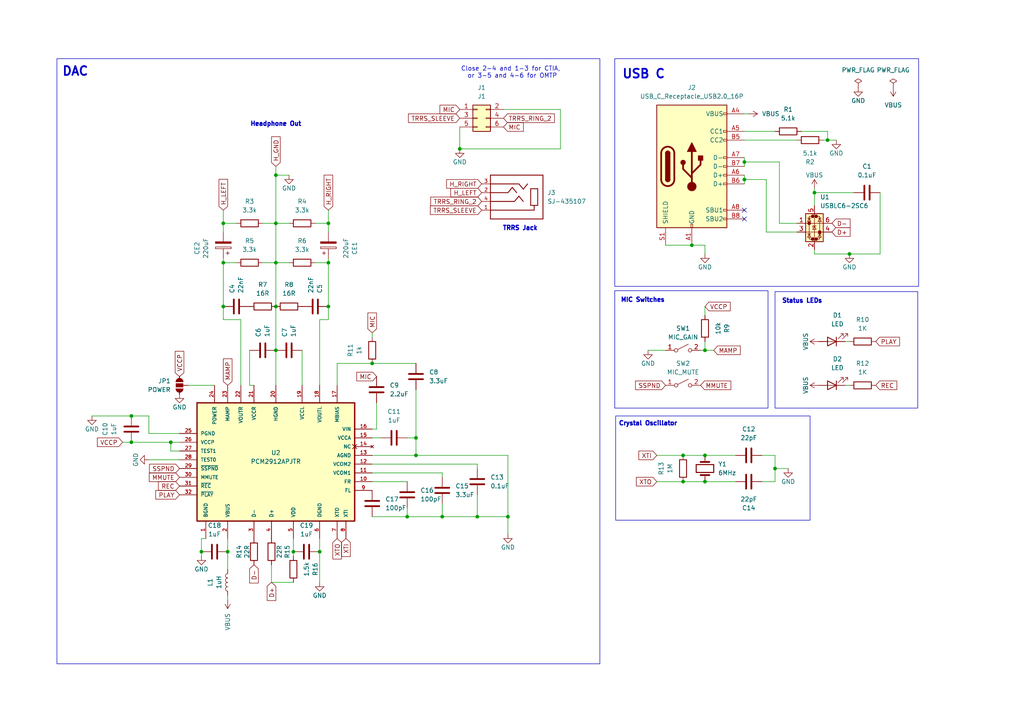
<source format=kicad_sch>
(kicad_sch (version 20250114) (generator "eeschema") (generator_version "9.0")
  (paper "A4")
  (lib_symbols
    (symbol "Connector:USB_C_Receptacle_USB2.0_16P" (pin_names (offset 1.016))
      (property "Reference" "J" (at 0 22.225 0))
      (property "Value" "USB_C_Receptacle_USB2.0_16P" (at 0 19.685 0))
      (symbol "USB_C_Receptacle_USB2.0_16P_1_1"
        (pin passive line (at -7.62 -22.86 90) (length 5.08) (name "SHIELD") (number "S1"))
        (pin passive line (at 0 -22.86 90) (length 5.08) (name "GND") (number "A1"))
        (pin passive line (at 0 -22.86 90) (length 5.08) (hide yes) (name "GND") (number "A12"))
        (pin passive line (at 0 -22.86 90) (length 5.08) (hide yes) (name "GND") (number "B1"))
        (pin passive line (at 0 -22.86 90) (length 5.08) (hide yes) (name "GND") (number "B12"))
        (pin passive line (at 15.24 15.24 180) (length 5.08) (name "VBUS") (number "A4"))
        (pin passive line (at 15.24 15.24 180) (length 5.08) (hide yes) (name "VBUS") (number "A9"))
        (pin passive line (at 15.24 15.24 180) (length 5.08) (hide yes) (name "VBUS") (number "B4"))
        (pin passive line (at 15.24 15.24 180) (length 5.08) (hide yes) (name "VBUS") (number "B9"))
        (pin bidirectional line (at 15.24 10.16 180) (length 5.08) (name "CC1") (number "A5"))
        (pin bidirectional line (at 15.24 7.62 180) (length 5.08) (name "CC2") (number "B5"))
        (pin bidirectional line (at 15.24 2.54 180) (length 5.08) (name "D-") (number "A7"))
        (pin bidirectional line (at 15.24 0 180) (length 5.08) (name "D-") (number "B7"))
        (pin bidirectional line (at 15.24 -2.54 180) (length 5.08) (name "D+") (number "A6"))
        (pin bidirectional line (at 15.24 -5.08 180) (length 5.08) (name "D+") (number "B6"))
        (pin bidirectional line (at 15.24 -12.7 180) (length 5.08) (name "SBU1") (number "A8"))
        (pin bidirectional line (at 15.24 -15.24 180) (length 5.08) (name "SBU2") (number "B8"))
      )
    )
    (symbol "Connector_Generic:Conn_02x03_Odd_Even" (pin_names (offset 1.016) (hide yes))
      (property "Reference" "J" (at 1.27 5.08 0))
      (property "Value" "Conn_02x03_Odd_Even" (at 1.27 -5.08 0))
      (symbol "Conn_02x03_Odd_Even_1_1"
        (pin passive line (at -5.08 2.54 0) (length 3.81) (name "Pin_1") (number "1"))
        (pin passive line (at -5.08 0 0) (length 3.81) (name "Pin_3") (number "3"))
        (pin passive line (at -5.08 -2.54 0) (length 3.81) (name "Pin_5") (number "5"))
        (pin passive line (at 7.62 2.54 180) (length 3.81) (name "Pin_2") (number "2"))
        (pin passive line (at 7.62 0 180) (length 3.81) (name "Pin_4") (number "4"))
        (pin passive line (at 7.62 -2.54 180) (length 3.81) (name "Pin_6") (number "6"))
      )
    )
    (symbol "Device:C" (pin_numbers (hide yes)) (pin_names (offset 0.254))
      (property "Reference" "C" (at 0.635 2.54 0))
      (property "Value" "C" (at 0.635 -2.54 0))
      (symbol "C_1_1"
        (pin passive line (at 0 3.81 270) (length 2.794) (name "~") (number "1"))
        (pin passive line (at 0 -3.81 90) (length 2.794) (name "~") (number "2"))
      )
    )
    (symbol "Device:C_Polarized" (pin_numbers (hide yes)) (pin_names (offset 0.254))
      (property "Reference" "C" (at 0.635 2.54 0))
      (property "Value" "C_Polarized" (at 0.635 -2.54 0))
      (symbol "C_Polarized_1_1"
        (pin passive line (at 0 3.81 270) (length 2.794) (name "~") (number "1"))
        (pin passive line (at 0 -3.81 90) (length 2.794) (name "~") (number "2"))
      )
    )
    (symbol "Device:Crystal" (pin_numbers (hide yes)) (pin_names (offset 1.016) (hide yes))
      (property "Reference" "Y" (at 0 3.81 0))
      (property "Value" "Crystal" (at 0 -3.81 0))
      (symbol "Crystal_1_1"
        (pin passive line (at -3.81 0 0) (length 1.27) (name "1") (number "1"))
        (pin passive line (at 3.81 0 180) (length 1.27) (name "2") (number "2"))
      )
    )
    (symbol "Device:L" (pin_numbers (hide yes)) (pin_names (offset 1.016) (hide yes))
      (property "Reference" "L" (at -1.27 0 90))
      (property "Value" "L" (at 1.905 0 90))
      (symbol "L_1_1"
        (pin passive line (at 0 3.81 270) (length 1.27) (name "1") (number "1"))
        (pin passive line (at 0 -3.81 90) (length 1.27) (name "2") (number "2"))
      )
    )
    (symbol "Device:LED" (pin_numbers (hide yes)) (pin_names (offset 1.016) (hide yes))
      (property "Reference" "D" (at 0 2.54 0))
      (property "Value" "LED" (at 0 -2.54 0))
      (symbol "LED_1_1"
        (pin passive line (at -3.81 0 0) (length 2.54) (name "K") (number "1"))
        (pin passive line (at 3.81 0 180) (length 2.54) (name "A") (number "2"))
      )
    )
    (symbol "Device:R" (pin_numbers (hide yes)) (pin_names (offset 0))
      (property "Reference" "R" (at 2.032 0 90))
      (property "Value" "R" (at 0 0 90))
      (symbol "R_1_1"
        (pin passive line (at 0 3.81 270) (length 1.27) (name "~") (number "1"))
        (pin passive line (at 0 -3.81 90) (length 1.27) (name "~") (number "2"))
      )
    )
    (symbol "PCM2912APJTR_1" (pin_names (offset 1.016))
      (property "Reference" "U3" (at 0 3.302 0))
      (property "Value" "PCM2912APJTR" (at 0 0.762 0))
      (symbol "PCM2912APJTR_1_0_0"
        (pin power_in line (at -27.94 8.89 0) (length 5.08) (name "PGND") (number "25"))
        (pin power_in line (at -27.94 6.35 0) (length 5.08) (name "VCCP") (number "26"))
        (pin input line (at -27.94 3.81 0) (length 5.08) (name "TEST1") (number "27"))
        (pin input line (at -27.94 1.27 0) (length 5.08) (name "TEST0") (number "28"))
        (pin output line (at -27.94 -1.27 0) (length 5.08) (name "~{SSPND}") (number "29"))
        (pin input line (at -27.94 -3.81 0) (length 5.08) (name "MMUTE") (number "30"))
        (pin output line (at -27.94 -6.35 0) (length 5.08) (name "~{REC}") (number "31"))
        (pin output line (at -27.94 -8.89 0) (length 5.08) (name "~{PLAY}") (number "32"))
        (pin power_in line (at -20.32 -21.59 90) (length 5.08) (name "BGND") (number "1"))
        (pin input line (at -17.78 22.86 270) (length 5.08) (name "POWER") (number "24"))
        (pin input line (at -13.97 22.86 270) (length 5.08) (name "MAMP") (number "23"))
        (pin input line (at -13.97 -21.59 90) (length 5.08) (name "VBUS") (number "2"))
        (pin output line (at -10.16 22.86 270) (length 5.08) (name "VOUTR") (number "22"))
        (pin power_in line (at -6.35 22.86 270) (length 5.08) (name "VCCR") (number "21"))
        (pin bidirectional line (at -6.35 -21.59 90) (length 5.08) (name "D-") (number "3"))
        (pin bidirectional line (at -1.27 -21.59 90) (length 5.08) (name "D+") (number "4"))
        (pin power_in line (at 0 22.86 270) (length 5.08) (name "HGND") (number "20"))
        (pin power_in line (at 5.08 -21.59 90) (length 5.08) (name "VDD") (number "5"))
        (pin power_in line (at 7.62 22.86 270) (length 5.08) (name "VCCL") (number "19"))
        (pin output line (at 12.7 22.86 270) (length 5.08) (name "VOUTL") (number "18"))
        (pin power_in line (at 12.7 -21.59 90) (length 5.08) (name "DGND") (number "6"))
        (pin output line (at 17.78 22.86 270) (length 5.08) (name "MBIAS") (number "17"))
        (pin output line (at 17.78 -21.59 90) (length 5.08) (name "XTO") (number "7"))
        (pin input line (at 20.32 -21.59 90) (length 5.08) (name "XTI") (number "8"))
        (pin input line (at 27.94 10.16 180) (length 5.08) (name "VIN") (number "16"))
        (pin power_in line (at 27.94 7.62 180) (length 5.08) (name "VCCA") (number "15"))
        (pin power_in line (at 27.94 2.54 180) (length 5.08) (name "AGND") (number "13"))
        (pin power_in line (at 27.94 0 180) (length 5.08) (name "VCOM2") (number "12"))
        (pin power_in line (at 27.94 -2.54 180) (length 5.08) (name "VCOM1") (number "11"))
        (pin input line (at 27.94 -5.08 180) (length 5.08) (name "FR") (number "10"))
        (pin input line (at 27.94 -7.62 180) (length 5.08) (name "FL") (number "9"))
      )
      (symbol "PCM2912APJTR_1_1_0"
        (pin no_connect non_logic (at 27.94 5.08 180) (length 5.08) (name "NC") (number "14"))
      )
    )
    (symbol "PCM_SparkFun-Jumper:SolderJumper_3_Open" (pin_numbers (hide yes)) (pin_names (offset 0) (hide yes))
      (property "Reference" "JP" (at 0 2.54 0))
      (property "Value" "~" (at 3.81 1.27 0))
      (symbol "SolderJumper_3_Open_1_1"
        (pin passive line (at -2.54 0 0) (length 1.27) (name "A") (number "1"))
        (pin passive line (at 0 -2.54 90) (length 1.27) (name "B") (number "2"))
        (pin passive line (at 2.54 0 180) (length 1.27) (name "C") (number "3"))
      )
    )
    (symbol "PCM_SparkFun-PowerSymbol:GND" (power) (pin_names (offset 0))
      (property "Value" "GND" (at 0 -3.81 0))
      (symbol "GND_1_1"
        (pin power_in line (at 0 0 270) (length 0) (hide yes) (name "GND") (number "1"))
      )
    )
    (symbol "PCM_SparkFun-PowerSymbol:VBUS" (power) (pin_names (offset 0))
      (property "Value" "VBUS" (at 0 3.81 0))
      (symbol "VBUS_1_1"
        (pin power_in line (at 0 0 90) (length 0) (hide yes) (name "VBUS") (number "1"))
      )
    )
    (symbol "Power_Protection:USBLC6-2SC6" (pin_names (hide yes))
      (property "Reference" "U" (at 0.635 5.715 0))
      (property "Value" "USBLC6-2SC6" (at 0.635 3.81 0))
      (symbol "USBLC6-2SC6_1_1"
        (pin passive line (at -5.08 0 0) (length 2.54) (name "I/O1") (number "1"))
        (pin passive line (at -5.08 -2.54 0) (length 2.54) (name "I/O2") (number "3"))
        (pin passive line (at 0 5.08 270) (length 2.54) (name "VBUS") (number "5"))
        (pin passive line (at 0 -7.62 90) (length 2.54) (name "GND") (number "2"))
        (pin passive line (at 5.08 0 180) (length 2.54) (name "I/O1") (number "6"))
        (pin passive line (at 5.08 -2.54 180) (length 2.54) (name "I/O2") (number "4"))
      )
    )
    (symbol "SJ-435107:SJ-435107" (pin_names (offset 1.016))
      (property "Reference" "J" (at -7.6509 8.416 0))
      (property "Value" "SJ-435107" (at -7.6526 -7.6526 0))
      (symbol "SJ-435107_0_0"
        (pin passive line (at 10.16 5.08 180) (length 2.54) (name "~") (number "1"))
        (pin passive line (at 10.16 2.54 180) (length 2.54) (name "~") (number "4"))
        (pin passive line (at 10.16 0 180) (length 2.54) (name "~") (number "2"))
        (pin passive line (at 10.16 -2.54 180) (length 2.54) (name "~") (number "3"))
      )
    )
    (symbol "Switch:SW_SPST" (pin_names (offset 0) (hide yes))
      (property "Reference" "SW" (at 0 3.175 0))
      (property "Value" "SW_SPST" (at 0 -2.54 0))
      (symbol "SW_SPST_1_1"
        (pin passive line (at -5.08 0 0) (length 2.54) (name "A") (number "1"))
        (pin passive line (at 5.08 0 180) (length 2.54) (name "B") (number "2"))
      )
    )
    (symbol "power:PWR_FLAG" (power) (pin_numbers (hide yes)) (pin_names (offset 0) (hide yes))
      (property "Value" "PWR_FLAG" (at 0 3.81 0))
      (symbol "PWR_FLAG_0_0"
        (pin power_out line (at 0 0 90) (length 0) (name "~") (number "1"))
      )
    )
    (symbol "power:VBUS" (power) (pin_numbers (hide yes)) (pin_names (offset 0) (hide yes))
      (property "Value" "VBUS" (at 0 3.556 0))
      (symbol "VBUS_1_1"
        (pin power_in line (at 0 0 90) (length 0) (name "~") (number "1"))
      )
    )
  )
  (rectangle (start 224.79 84.582) (end 266.192 118.364))
  (rectangle (start 178.308 17.018) (end 266.446 83.058))
  (rectangle (start 178.562 120.65) (end 234.95 150.876))
  (rectangle (start 16.51 17.018) (end 173.99 192.532))
  (rectangle (start 178.308 84.328) (end 222.758 118.364))
  (text "Headphone Out" (at 80.01 36.068 0) (effects (font (size 1.27 1.27) (thickness 0.508) (bold yes))))
  (text "USB C" (at 186.69 21.59 0) (effects (font (size 2.54 2.54) (thickness 0.508) (bold yes))))
  (text "Close 2-4 and 1-3 for CTIA, \nor 3-5 and 4-6 for OMTP" (at 148.59 21.082 0) (effects (font (size 1.27 1.27))))
  (text "Status LEDs" (at 232.664 87.376 0) (effects (font (size 1.27 1.27) (thickness 0.508) (bold yes))))
  (text "Crystal Oscillator\n" (at 187.96 122.936 0) (effects (font (size 1.27 1.27) (thickness 0.508) (bold yes))))
  (text "DAC\n" (at 21.844 20.828 0) (effects (font (size 2.54 2.54) (thickness 0.508) (bold yes))))
  (text "TRRS Jack" (at 150.876 66.294 0) (effects (font (size 1.27 1.27) (thickness 0.508) (bold yes))))
  (text "MIC Switches" (at 186.436 87.122 0) (effects (font (size 1.27 1.27) (thickness 0.508) (bold yes))))
  (junction (at 204.47 132.08))
  (junction (at 215.9 52.07))
  (junction (at 38.1 120.65))
  (junction (at 95.25 64.77))
  (junction (at 95.25 76.2))
  (junction (at 64.77 64.77))
  (junction (at 85.09 160.02))
  (junction (at 240.03 40.64))
  (junction (at 198.12 139.7))
  (junction (at 147.32 149.86))
  (junction (at 80.01 50.8))
  (junction (at 246.38 73.66))
  (junction (at 236.22 55.88))
  (junction (at 92.71 160.02))
  (junction (at 215.9 46.99))
  (junction (at 80.01 101.6))
  (junction (at 198.12 132.08))
  (junction (at 80.01 88.9))
  (junction (at 120.65 127))
  (junction (at 133.35 43.18))
  (junction (at 120.65 132.08))
  (junction (at 128.27 149.86))
  (junction (at 200.66 71.12))
  (junction (at 58.42 160.02))
  (junction (at 118.11 149.86))
  (junction (at 204.47 139.7))
  (junction (at 80.01 76.2))
  (junction (at 138.43 149.86))
  (junction (at 95.25 88.9))
  (junction (at 49.53 128.27))
  (junction (at 38.1 128.27))
  (junction (at 80.01 64.77))
  (junction (at 66.04 160.02))
  (junction (at 64.77 76.2))
  (junction (at 204.47 101.6))
  (junction (at 107.95 105.41))
  (junction (at 224.79 135.89))
  (junction (at 64.77 88.9))
  (no_connect (at 215.9 63.5))
  (no_connect (at 215.9 60.96))
  (wire (pts (xy 80.01 101.6) (xy 80.01 111.76)))
  (wire (pts (xy 43.18 120.65) (xy 38.1 120.65)))
  (wire (pts (xy 222.25 67.31) (xy 231.14 67.31)))
  (wire (pts (xy 224.79 135.89) (xy 224.79 139.7)))
  (wire (pts (xy 66.04 156.21) (xy 66.04 160.02)))
  (wire (pts (xy 72.39 111.76) (xy 73.66 111.76)))
  (wire (pts (xy 95.25 92.71) (xy 95.25 88.9)))
  (wire (pts (xy 83.82 76.2) (xy 80.01 76.2)))
  (wire (pts (xy 97.79 105.41) (xy 97.79 111.76)))
  (wire (pts (xy 226.06 46.99) (xy 226.06 64.77)))
  (wire (pts (xy 69.85 92.71) (xy 64.77 92.71)))
  (wire (pts (xy 107.95 137.16) (xy 128.27 137.16)))
  (wire (pts (xy 64.77 67.31) (xy 64.77 64.77)))
  (wire (pts (xy 198.12 139.7) (xy 204.47 139.7)))
  (wire (pts (xy 92.71 111.76) (xy 92.71 92.71)))
  (wire (pts (xy 133.35 36.83) (xy 133.35 43.18)))
  (wire (pts (xy 215.9 52.07) (xy 222.25 52.07)))
  (wire (pts (xy 187.96 101.6) (xy 193.04 101.6)))
  (wire (pts (xy 215.9 52.07) (xy 215.9 53.34)))
  (wire (pts (xy 64.77 88.9) (xy 64.77 76.2)))
  (wire (pts (xy 64.77 60.96) (xy 64.77 64.77)))
  (wire (pts (xy 228.6 135.89) (xy 224.79 135.89)))
  (wire (pts (xy 147.32 132.08) (xy 147.32 149.86)))
  (wire (pts (xy 204.47 71.12) (xy 204.47 73.66)))
  (wire (pts (xy 58.42 160.02) (xy 58.42 156.21)))
  (wire (pts (xy 242.57 40.64) (xy 240.03 40.64)))
  (wire (pts (xy 52.07 130.81) (xy 49.53 130.81)))
  (wire (pts (xy 231.14 40.64) (xy 215.9 40.64)))
  (wire (pts (xy 49.53 128.27) (xy 52.07 128.27)))
  (wire (pts (xy 246.38 73.66) (xy 236.22 73.66)))
  (wire (pts (xy 95.25 60.96) (xy 95.25 64.77)))
  (wire (pts (xy 120.65 113.03) (xy 120.65 127)))
  (wire (pts (xy 68.58 76.2) (xy 64.77 76.2)))
  (wire (pts (xy 95.25 67.31) (xy 95.25 64.77)))
  (wire (pts (xy 80.01 88.9) (xy 80.01 76.2)))
  (wire (pts (xy 217.17 33.02) (xy 215.9 33.02)))
  (wire (pts (xy 80.01 76.2) (xy 80.01 64.77)))
  (wire (pts (xy 215.9 45.72) (xy 215.9 46.99)))
  (wire (pts (xy 80.01 50.8) (xy 83.82 50.8)))
  (wire (pts (xy 49.53 130.81) (xy 49.53 128.27)))
  (wire (pts (xy 69.85 92.71) (xy 69.85 111.76)))
  (wire (pts (xy 236.22 55.88) (xy 247.65 55.88)))
  (wire (pts (xy 107.95 139.7) (xy 118.11 139.7)))
  (wire (pts (xy 35.56 128.27) (xy 38.1 128.27)))
  (wire (pts (xy 193.04 71.12) (xy 200.66 71.12)))
  (wire (pts (xy 76.2 64.77) (xy 80.01 64.77)))
  (wire (pts (xy 190.5 139.7) (xy 198.12 139.7)))
  (wire (pts (xy 78.74 168.91) (xy 85.09 168.91)))
  (wire (pts (xy 224.79 139.7) (xy 220.98 139.7)))
  (wire (pts (xy 226.06 64.77) (xy 231.14 64.77)))
  (wire (pts (xy 43.18 133.35) (xy 52.07 133.35)))
  (wire (pts (xy 66.04 160.02) (xy 66.04 165.1)))
  (wire (pts (xy 95.25 88.9) (xy 95.25 76.2)))
  (wire (pts (xy 107.95 96.52) (xy 107.95 97.79)))
  (wire (pts (xy 107.95 149.86) (xy 118.11 149.86)))
  (wire (pts (xy 64.77 92.71) (xy 64.77 88.9)))
  (wire (pts (xy 118.11 147.32) (xy 118.11 149.86)))
  (wire (pts (xy 120.65 127) (xy 118.11 127)))
  (wire (pts (xy 54.61 111.76) (xy 62.23 111.76)))
  (wire (pts (xy 190.5 132.08) (xy 198.12 132.08)))
  (wire (pts (xy 220.98 132.08) (xy 224.79 132.08)))
  (wire (pts (xy 128.27 149.86) (xy 138.43 149.86)))
  (wire (pts (xy 128.27 146.05) (xy 128.27 149.86)))
  (wire (pts (xy 255.27 55.88) (xy 255.27 73.66)))
  (wire (pts (xy 118.11 149.86) (xy 128.27 149.86)))
  (wire (pts (xy 204.47 101.6) (xy 204.47 99.06)))
  (wire (pts (xy 120.65 127) (xy 120.65 132.08)))
  (wire (pts (xy 97.79 105.41) (xy 107.95 105.41)))
  (wire (pts (xy 238.76 40.64) (xy 240.03 40.64)))
  (wire (pts (xy 224.79 132.08) (xy 224.79 135.89)))
  (wire (pts (xy 204.47 139.7) (xy 213.36 139.7)))
  (wire (pts (xy 224.79 38.1) (xy 215.9 38.1)))
  (wire (pts (xy 236.22 54.61) (xy 236.22 55.88)))
  (wire (pts (xy 80.01 101.6) (xy 80.01 88.9)))
  (wire (pts (xy 107.95 132.08) (xy 120.65 132.08)))
  (wire (pts (xy 120.65 132.08) (xy 147.32 132.08)))
  (wire (pts (xy 58.42 161.29) (xy 58.42 160.02)))
  (wire (pts (xy 203.2 101.6) (xy 204.47 101.6)))
  (wire (pts (xy 78.74 168.91) (xy 78.74 163.83)))
  (wire (pts (xy 245.11 99.06) (xy 246.38 99.06)))
  (wire (pts (xy 232.41 38.1) (xy 240.03 38.1)))
  (wire (pts (xy 64.77 74.93) (xy 64.77 76.2)))
  (wire (pts (xy 198.12 132.08) (xy 204.47 132.08)))
  (wire (pts (xy 215.9 46.99) (xy 215.9 48.26)))
  (wire (pts (xy 222.25 52.07) (xy 222.25 67.31)))
  (wire (pts (xy 85.09 156.21) (xy 85.09 160.02)))
  (wire (pts (xy 133.35 43.18) (xy 162.56 43.18)))
  (wire (pts (xy 236.22 55.88) (xy 236.22 59.69)))
  (wire (pts (xy 85.09 161.29) (xy 85.09 160.02)))
  (wire (pts (xy 226.06 46.99) (xy 215.9 46.99)))
  (wire (pts (xy 109.22 124.46) (xy 107.95 124.46)))
  (wire (pts (xy 66.04 173.99) (xy 66.04 172.72)))
  (wire (pts (xy 38.1 128.27) (xy 49.53 128.27)))
  (wire (pts (xy 200.66 71.12) (xy 204.47 71.12)))
  (wire (pts (xy 204.47 88.9) (xy 204.47 91.44)))
  (wire (pts (xy 255.27 73.66) (xy 246.38 73.66)))
  (wire (pts (xy 215.9 50.8) (xy 215.9 52.07)))
  (wire (pts (xy 207.01 101.6) (xy 204.47 101.6)))
  (wire (pts (xy 43.18 125.73) (xy 43.18 120.65)))
  (wire (pts (xy 80.01 50.8) (xy 80.01 64.77)))
  (wire (pts (xy 162.56 31.75) (xy 162.56 43.18)))
  (wire (pts (xy 95.25 74.93) (xy 95.25 76.2)))
  (wire (pts (xy 204.47 132.08) (xy 213.36 132.08)))
  (wire (pts (xy 128.27 137.16) (xy 128.27 138.43)))
  (wire (pts (xy 147.32 154.94) (xy 147.32 149.86)))
  (wire (pts (xy 91.44 76.2) (xy 95.25 76.2)))
  (wire (pts (xy 80.01 48.26) (xy 80.01 50.8)))
  (wire (pts (xy 72.39 101.6) (xy 72.39 111.76)))
  (wire (pts (xy 240.03 38.1) (xy 240.03 40.64)))
  (wire (pts (xy 92.71 156.21) (xy 92.71 160.02)))
  (wire (pts (xy 95.25 64.77) (xy 91.44 64.77)))
  (wire (pts (xy 138.43 149.86) (xy 147.32 149.86)))
  (wire (pts (xy 83.82 64.77) (xy 80.01 64.77)))
  (wire (pts (xy 245.11 111.76) (xy 246.38 111.76)))
  (wire (pts (xy 87.63 101.6) (xy 87.63 111.76)))
  (wire (pts (xy 92.71 160.02) (xy 92.71 168.91)))
  (wire (pts (xy 109.22 116.84) (xy 109.22 124.46)))
  (wire (pts (xy 138.43 143.51) (xy 138.43 149.86)))
  (wire (pts (xy 138.43 134.62) (xy 138.43 135.89)))
  (wire (pts (xy 107.95 105.41) (xy 120.65 105.41)))
  (wire (pts (xy 52.07 125.73) (xy 43.18 125.73)))
  (wire (pts (xy 107.95 134.62) (xy 138.43 134.62)))
  (wire (pts (xy 146.05 31.75) (xy 162.56 31.75)))
  (wire (pts (xy 64.77 64.77) (xy 68.58 64.77)))
  (wire (pts (xy 76.2 76.2) (xy 80.01 76.2)))
  (wire (pts (xy 236.22 73.66) (xy 236.22 72.39)))
  (wire (pts (xy 38.1 120.65) (xy 26.67 120.65)))
  (wire (pts (xy 107.95 127) (xy 110.49 127)))
  (wire (pts (xy 92.71 92.71) (xy 95.25 92.71)))
  (wire (pts (xy 58.42 156.21) (xy 59.69 156.21)))
  (global_label "SSPND" (shape input) (at 193.04 111.76 180) (property "Intersheetrefs" "${INTERSHEET_REFS}" (effects (hide yes))))
  (global_label "D+" (shape input) (at 78.74 168.91 270) (property "Intersheetrefs" "${INTERSHEET_REFS}" (effects (hide yes))))
  (global_label "XTO" (shape input) (at 190.5 139.7 180) (property "Intersheetrefs" "${INTERSHEET_REFS}" (effects (hide yes))))
  (global_label "MIC" (shape input) (at 146.05 36.83 0) (property "Intersheetrefs" "${INTERSHEET_REFS}" (effects (hide yes))))
  (global_label "TRRS_SLEEVE" (shape input) (at 133.35 34.29 180) (property "Intersheetrefs" "${INTERSHEET_REFS}" (effects (hide yes))))
  (global_label "TRRS_SLEEVE" (shape input) (at 139.7 60.96 180) (property "Intersheetrefs" "${INTERSHEET_REFS}" (effects (hide yes))))
  (global_label "TRRS_RING_2" (shape input) (at 139.7 58.42 180) (property "Intersheetrefs" "${INTERSHEET_REFS}" (effects (hide yes))))
  (global_label "TRRS_RING_2" (shape input) (at 146.05 34.29 0) (property "Intersheetrefs" "${INTERSHEET_REFS}" (effects (hide yes))))
  (global_label "XTI" (shape input) (at 100.33 156.21 270) (property "Intersheetrefs" "${INTERSHEET_REFS}" (effects (hide yes))))
  (global_label "MIC" (shape input) (at 109.22 109.22 180) (property "Intersheetrefs" "${INTERSHEET_REFS}" (effects (hide yes))))
  (global_label "H_RIGHT" (shape input) (at 95.25 60.96 90) (property "Intersheetrefs" "${INTERSHEET_REFS}" (effects (hide yes))))
  (global_label "D-" (shape input) (at 73.66 163.83 270) (property "Intersheetrefs" "${INTERSHEET_REFS}" (effects (hide yes))))
  (global_label "MMUTE" (shape input) (at 52.07 138.43 180) (property "Intersheetrefs" "${INTERSHEET_REFS}" (effects (hide yes))))
  (global_label "MIC" (shape input) (at 133.35 31.75 180) (property "Intersheetrefs" "${INTERSHEET_REFS}" (effects (hide yes))))
  (global_label "REC" (shape input) (at 52.07 140.97 180) (property "Intersheetrefs" "${INTERSHEET_REFS}" (effects (hide yes))))
  (global_label "PLAY" (shape input) (at 52.07 143.51 180) (property "Intersheetrefs" "${INTERSHEET_REFS}" (effects (hide yes))))
  (global_label "H_LEFT" (shape input) (at 139.7 55.88 180) (property "Intersheetrefs" "${INTERSHEET_REFS}" (effects (hide yes))))
  (global_label "REC" (shape input) (at 254 111.76 0) (property "Intersheetrefs" "${INTERSHEET_REFS}" (effects (hide yes))))
  (global_label "VCCP" (shape input) (at 35.56 128.27 180) (property "Intersheetrefs" "${INTERSHEET_REFS}" (effects (hide yes))))
  (global_label "SSPND" (shape input) (at 52.07 135.89 180) (property "Intersheetrefs" "${INTERSHEET_REFS}" (effects (hide yes))))
  (global_label "MMUTE" (shape input) (at 203.2 111.76 0) (property "Intersheetrefs" "${INTERSHEET_REFS}" (effects (hide yes))))
  (global_label "H_LEFT" (shape input) (at 64.77 60.96 90) (property "Intersheetrefs" "${INTERSHEET_REFS}" (effects (hide yes))))
  (global_label "MIC" (shape input) (at 107.95 96.52 90) (property "Intersheetrefs" "${INTERSHEET_REFS}" (effects (hide yes))))
  (global_label "VCCP" (shape input) (at 204.47 88.9 0) (property "Intersheetrefs" "${INTERSHEET_REFS}" (effects (hide yes))))
  (global_label "PLAY" (shape input) (at 254 99.06 0) (property "Intersheetrefs" "${INTERSHEET_REFS}" (effects (hide yes))))
  (global_label "XTO" (shape input) (at 97.79 156.21 270) (property "Intersheetrefs" "${INTERSHEET_REFS}" (effects (hide yes))))
  (global_label "XTI" (shape input) (at 190.5 132.08 180) (property "Intersheetrefs" "${INTERSHEET_REFS}" (effects (hide yes))))
  (global_label "MAMP" (shape input) (at 66.04 111.76 90) (property "Intersheetrefs" "${INTERSHEET_REFS}" (effects (hide yes))))
  (global_label "H_GND" (shape input) (at 80.01 48.26 90) (property "Intersheetrefs" "${INTERSHEET_REFS}" (effects (hide yes))))
  (global_label "D+" (shape input) (at 241.3 67.31 0) (property "Intersheetrefs" "${INTERSHEET_REFS}" (effects (hide yes))))
  (global_label "VCCP" (shape input) (at 52.07 109.22 90) (property "Intersheetrefs" "${INTERSHEET_REFS}" (effects (hide yes))))
  (global_label "H_RIGHT" (shape input) (at 139.7 53.34 180) (property "Intersheetrefs" "${INTERSHEET_REFS}" (effects (hide yes))))
  (global_label "MAMP" (shape input) (at 207.01 101.6 0) (property "Intersheetrefs" "${INTERSHEET_REFS}" (effects (hide yes))))
  (global_label "D-" (shape input) (at 241.3 64.77 0) (property "Intersheetrefs" "${INTERSHEET_REFS}" (effects (hide yes))))
  (symbol (lib_id "Device:R") (at 228.6 38.1 270) (unit 1)
    (property "Reference" "R1" (at 228.6 31.75 90))
    (property "Value" "5.1k" (at 228.6 34.29 90))
    (property "Footprint" "Resistor_SMD:R_0805_2012Metric_Pad1.20x1.40mm_HandSolder" (effects (hide yes)))
    (property "Description" "Resistor" (effects (hide yes)))
  )
  (symbol (lib_id "Device:C") (at 62.23 160.02 90) (mirror x) (unit 1)
    (property "Reference" "C18" (at 62.23 152.4 90))
    (property "Value" "1uF" (at 62.23 154.94 90))
    (property "Footprint" "Capacitor_SMD:C_0805_2012Metric_Pad1.18x1.45mm_HandSolder" (effects (hide yes)))
    (property "Description" "Unpolarized capacitor" (effects (hide yes)))
  )
  (symbol (lib_id "PCM_SparkFun-PowerSymbol:GND") (at 248.92 25.4 0) (unit 1)
    (property "Reference" "#PWR01" (effects (hide yes)))
    (property "Value" "GND" (at 248.92 29.21 0))
    (property "Description" "Power symbol creates a global label with name \"GND\" , ground" (effects (hide yes)))
  )
  (symbol (lib_id "Device:L") (at 66.04 168.91 0) (mirror y) (unit 1)
    (property "Reference" "L1" (at 60.96 168.91 90))
    (property "Value" "1uH" (at 63.5 168.91 90))
    (property "Footprint" "Inductor_SMD:L_0805_2012Metric_Pad1.05x1.20mm_HandSolder" (effects (hide yes)))
    (property "Description" "Inductor" (effects (hide yes)))
  )
  (symbol (lib_id "PCM_SparkFun-PowerSymbol:GND") (at 246.38 73.66 0) (unit 1)
    (property "Reference" "#PWR09" (effects (hide yes)))
    (property "Value" "GND" (at 246.38 77.47 0))
    (property "Description" "Power symbol creates a global label with name \"GND\" , ground" (effects (hide yes)))
  )
  (symbol (lib_id "Device:R") (at 73.66 160.02 0) (unit 1)
    (property "Reference" "R14" (at 69.342 160.02 90))
    (property "Value" "22R" (at 71.628 160.02 90))
    (property "Footprint" "Resistor_SMD:R_0805_2012Metric_Pad1.20x1.40mm_HandSolder" (effects (hide yes)))
    (property "Description" "Resistor" (effects (hide yes)))
  )
  (symbol (lib_id "power:PWR_FLAG") (at 248.92 25.4 0) (unit 1)
    (property "Reference" "#FLG01" (effects (hide yes)))
    (property "Value" "PWR_FLAG" (at 248.92 20.32 0))
    (property "Description" "Special symbol for telling ERC where power comes from" (effects (hide yes)))
  )
  (symbol (lib_id "PCM_SparkFun-Jumper:SolderJumper_3_Open") (at 52.07 111.76 90) (unit 1)
    (property "Reference" "JP1" (at 49.53 110.4899 90) (effects (justify left)))
    (property "Value" "POWER" (at 49.53 113.0299 90) (effects (justify left)))
    (property "Footprint" "Jumper:SolderJumper-3_P1.3mm_Open_RoundedPad1.0x1.5mm" (effects (hide yes)))
    (property "Description" "Solder Jumper, 3-pole, open" (effects (hide yes)))
  )
  (symbol (lib_id "PCM_SparkFun-PowerSymbol:GND") (at 228.6 135.89 0) (unit 1)
    (property "Reference" "#PWR016" (effects (hide yes)))
    (property "Value" "GND" (at 228.6 139.7 0))
    (property "Description" "Power symbol creates a global label with name \"GND\" , ground" (effects (hide yes)))
  )
  (symbol (lib_id "Device:C") (at 83.82 101.6 270) (unit 1)
    (property "Reference" "C7" (at 82.5499 97.79 0) (effects (justify right)))
    (property "Value" "1uF" (at 85.0899 97.79 0) (effects (justify right)))
    (property "Footprint" "Capacitor_SMD:C_0805_2012Metric_Pad1.18x1.45mm_HandSolder" (effects (hide yes)))
    (property "Description" "Unpolarized capacitor" (effects (hide yes)))
  )
  (symbol (lib_id "Device:C") (at 251.46 55.88 90) (unit 1)
    (property "Reference" "C1" (at 251.46 48.26 90))
    (property "Value" "0.1uF" (at 251.46 50.8 90))
    (property "Footprint" "Capacitor_SMD:C_0805_2012Metric_Pad1.18x1.45mm_HandSolder" (effects (hide yes)))
    (property "Description" "Unpolarized capacitor" (effects (hide yes)))
  )
  (symbol (lib_id "Device:C_Polarized") (at 64.77 71.12 180) (unit 1)
    (property "Reference" "CE2" (at 57.15 72.009 90))
    (property "Value" "220uF" (at 59.69 72.009 90))
    (property "Footprint" "EEEFK1A221XP:CAP_EEEFK1A221XP" (effects (hide yes)))
    (property "Description" "Polarized capacitor" (effects (hide yes)))
  )
  (symbol (lib_id "Device:R") (at 87.63 76.2 270) (unit 1)
    (property "Reference" "R6" (at 87.63 69.85 90))
    (property "Value" "3.3k" (at 87.63 72.39 90))
    (property "Footprint" "Resistor_SMD:R_0805_2012Metric_Pad1.20x1.40mm_HandSolder" (effects (hide yes)))
    (property "Description" "Resistor" (effects (hide yes)))
  )
  (symbol (lib_id "Device:Crystal") (at 204.47 135.89 90) (unit 1)
    (property "Reference" "Y1" (at 208.28 134.6199 90) (effects (justify right)))
    (property "Value" "6MHz" (at 208.28 137.1599 90) (effects (justify right)))
    (property "Footprint" "PCM_Crystal_AKL:Crystal_HC49-4H_Vertical" (effects (hide yes)))
    (property "Description" "Two pin crystal" (effects (hide yes)))
  )
  (symbol (lib_id "Device:C") (at 88.9 160.02 90) (mirror x) (unit 1)
    (property "Reference" "C19" (at 88.9 152.4 90))
    (property "Value" "1uF" (at 88.9 154.94 90))
    (property "Footprint" "Capacitor_SMD:C_0805_2012Metric_Pad1.18x1.45mm_HandSolder" (effects (hide yes)))
    (property "Description" "Unpolarized capacitor" (effects (hide yes)))
  )
  (symbol (lib_id "Device:R") (at 83.82 88.9 270) (unit 1)
    (property "Reference" "R8" (at 83.82 82.55 90))
    (property "Value" "16R" (at 83.82 85.09 90))
    (property "Footprint" "Resistor_SMD:R_0805_2012Metric_Pad1.20x1.40mm_HandSolder" (effects (hide yes)))
    (property "Description" "Resistor" (effects (hide yes)))
  )
  (symbol (lib_id "Device:C") (at 38.1 124.46 0) (mirror x) (unit 1)
    (property "Reference" "C10" (at 30.48 124.46 90))
    (property "Value" "1uF" (at 33.02 124.46 90))
    (property "Footprint" "Capacitor_SMD:C_0805_2012Metric_Pad1.18x1.45mm_HandSolder" (effects (hide yes)))
    (property "Description" "Unpolarized capacitor" (effects (hide yes)))
  )
  (symbol (lib_id "Device:R") (at 234.95 40.64 270) (mirror x) (unit 1)
    (property "Reference" "R2" (at 234.95 46.99 90))
    (property "Value" "5.1k" (at 234.95 44.45 90))
    (property "Footprint" "Resistor_SMD:R_0805_2012Metric_Pad1.20x1.40mm_HandSolder" (effects (hide yes)))
    (property "Description" "Resistor" (effects (hide yes)))
  )
  (symbol (lib_id "PCM_SparkFun-PowerSymbol:GND") (at 26.67 120.65 0) (unit 1)
    (property "Reference" "#PWR014" (effects (hide yes)))
    (property "Value" "GND" (at 26.67 124.46 0))
    (property "Description" "Power symbol creates a global label with name \"GND\" , ground" (effects (hide yes)))
  )
  (symbol (lib_id "Device:C") (at 118.11 143.51 0) (unit 1)
    (property "Reference" "C16" (at 121.92 142.2399 0) (effects (justify left)))
    (property "Value" "100pF" (at 121.92 144.7799 0) (effects (justify left)))
    (property "Footprint" "Capacitor_SMD:C_0805_2012Metric_Pad1.18x1.45mm_HandSolder" (effects (hide yes)))
    (property "Description" "Unpolarized capacitor" (effects (hide yes)))
  )
  (symbol (lib_id "PCM_SparkFun-PowerSymbol:GND") (at 58.42 161.29 0) (unit 1)
    (property "Reference" "#PWR018" (effects (hide yes)))
    (property "Value" "GND" (at 58.42 165.1 0))
    (property "Description" "Power symbol creates a global label with name \"GND\" , ground" (effects (hide yes)))
  )
  (symbol (lib_id "PCM_SparkFun-PowerSymbol:VBUS") (at 236.22 54.61 0) (unit 1)
    (property "Reference" "#PWR07" (effects (hide yes)))
    (property "Value" "VBUS" (at 236.22 50.8 0))
    (property "Description" "Power symbol creates a global label with name \"VBUS\"" (effects (hide yes)))
  )
  (symbol (lib_id "PCM_SparkFun-PowerSymbol:GND") (at 43.18 133.35 270) (unit 1)
    (property "Reference" "#PWR015" (effects (hide yes)))
    (property "Value" "GND" (at 39.37 133.35 0))
    (property "Description" "Power symbol creates a global label with name \"GND\" , ground" (effects (hide yes)))
  )
  (symbol (lib_id "Connector:USB_C_Receptacle_USB2.0_16P") (at 200.66 48.26 0) (unit 1)
    (property "Reference" "J2" (at 200.66 25.4 0))
    (property "Value" "USB_C_Receptacle_USB2.0_16P" (at 200.66 27.94 0))
    (property "Footprint" "PCM_marbastlib-various:USB_C_Receptacle_HRO_TYPE-C-31-M-23" (effects (hide yes)))
    (property "Datasheet" "https://www.usb.org/sites/default/files/documents/usb_type-c.zip" (effects (hide yes)))
    (property "Description" "USB 2.0-only 16P Type-C Receptacle connector" (effects (hide yes)))
  )
  (symbol (lib_id "Device:C") (at 109.22 113.03 0) (unit 1)
    (property "Reference" "C9" (at 113.03 111.7599 0) (effects (justify left)))
    (property "Value" "2.2uF" (at 113.03 114.2999 0) (effects (justify left)))
    (property "Footprint" "EEEHB1H2R2R:CAP_EEEHB1H2R2R" (effects (hide yes)))
    (property "Description" "Unpolarized capacitor" (effects (hide yes)))
  )
  (symbol (lib_id "Device:C") (at 68.58 88.9 270) (unit 1)
    (property "Reference" "C4" (at 67.3099 85.09 0) (effects (justify right)))
    (property "Value" "22nF" (at 69.8499 85.09 0) (effects (justify right)))
    (property "Footprint" "Capacitor_SMD:C_0805_2012Metric_Pad1.18x1.45mm_HandSolder" (effects (hide yes)))
    (property "Description" "Unpolarized capacitor" (effects (hide yes)))
  )
  (symbol (lib_id "Device:C") (at 76.2 101.6 270) (unit 1)
    (property "Reference" "C6" (at 74.9299 97.79 0) (effects (justify right)))
    (property "Value" "1uF" (at 77.4699 97.79 0) (effects (justify right)))
    (property "Footprint" "Capacitor_SMD:C_0805_2012Metric_Pad1.18x1.45mm_HandSolder" (effects (hide yes)))
    (property "Description" "Unpolarized capacitor" (effects (hide yes)))
  )
  (symbol (lib_id "PCM_SparkFun-PowerSymbol:VBUS") (at 237.49 111.76 90) (unit 1)
    (property "Reference" "#PWR012" (effects (hide yes)))
    (property "Value" "VBUS" (at 233.68 111.76 0))
    (property "Description" "Power symbol creates a global label with name \"VBUS\"" (effects (hide yes)))
  )
  (symbol (lib_id "Device:C") (at 107.95 146.05 0) (unit 1)
    (property "Reference" "C17" (at 111.76 144.7799 0) (effects (justify left)))
    (property "Value" "100pF" (at 111.76 147.3199 0) (effects (justify left)))
    (property "Footprint" "Capacitor_SMD:C_0805_2012Metric_Pad1.18x1.45mm_HandSolder" (effects (hide yes)))
    (property "Description" "Unpolarized capacitor" (effects (hide yes)))
  )
  (symbol (lib_id "PCM_SparkFun-PowerSymbol:GND") (at 52.07 114.3 0) (unit 1)
    (property "Reference" "#PWR013" (effects (hide yes)))
    (property "Value" "GND" (at 52.07 118.11 0))
    (property "Description" "Power symbol creates a global label with name \"GND\" , ground" (effects (hide yes)))
  )
  (symbol (lib_id "Device:LED") (at 241.3 99.06 180) (unit 1)
    (property "Reference" "D1" (at 242.8875 91.44 0))
    (property "Value" "LED" (at 242.8875 93.98 0))
    (property "Footprint" "PCM_SparkFun-LED:LED_0805_2012Metric" (effects (hide yes)))
    (property "Description" "Light emitting diode" (effects (hide yes)))
    (property "Sim.Pins" "1=K 2=A" (effects (hide yes)))
  )
  (symbol (lib_id "PCM_SparkFun-PowerSymbol:GND") (at 147.32 154.94 0) (unit 1)
    (property "Reference" "#PWR017" (effects (hide yes)))
    (property "Value" "GND" (at 147.32 158.75 0))
    (property "Description" "Power symbol creates a global label with name \"GND\" , ground" (effects (hide yes)))
  )
  (symbol (lib_id "Device:R") (at 76.2 88.9 90) (mirror x) (unit 1)
    (property "Reference" "R7" (at 76.2 82.55 90))
    (property "Value" "16R" (at 76.2 85.09 90))
    (property "Footprint" "Resistor_SMD:R_0805_2012Metric_Pad1.20x1.40mm_HandSolder" (effects (hide yes)))
    (property "Description" "Resistor" (effects (hide yes)))
  )
  (symbol (lib_id "power:PWR_FLAG") (at 259.08 25.4 0) (unit 1)
    (property "Reference" "#FLG02" (effects (hide yes)))
    (property "Value" "PWR_FLAG" (at 259.08 20.32 0))
    (property "Description" "Special symbol for telling ERC where power comes from" (effects (hide yes)))
  )
  (symbol (lib_id "PCM_SparkFun-PowerSymbol:GND") (at 83.82 50.8 0) (unit 1)
    (property "Reference" "#PWR06" (effects (hide yes)))
    (property "Value" "GND" (at 83.82 54.61 0))
    (property "Description" "Power symbol creates a global label with name \"GND\" , ground" (effects (hide yes)))
  )
  (symbol (lib_id "Device:R") (at 107.95 101.6 0) (mirror x) (unit 1)
    (property "Reference" "R11" (at 101.6 101.6 90))
    (property "Value" "1k" (at 104.14 101.6 90))
    (property "Footprint" "Resistor_SMD:R_0805_2012Metric_Pad1.20x1.40mm_HandSolder" (effects (hide yes)))
    (property "Description" "Resistor" (effects (hide yes)))
  )
  (symbol (lib_id "Device:C_Polarized") (at 95.25 71.12 0) (mirror x) (unit 1)
    (property "Reference" "CE1" (at 102.87 72.009 90))
    (property "Value" "220uF" (at 100.33 72.009 90))
    (property "Footprint" "EEEFK1A221XP:CAP_EEEFK1A221XP" (effects (hide yes)))
    (property "Description" "Polarized capacitor" (effects (hide yes)))
  )
  (symbol (lib_id "Device:C") (at 217.17 139.7 270) (mirror x) (unit 1)
    (property "Reference" "C14" (at 217.17 147.32 90))
    (property "Value" "22pF" (at 217.17 144.78 90))
    (property "Footprint" "Capacitor_SMD:C_0805_2012Metric_Pad1.18x1.45mm_HandSolder" (effects (hide yes)))
    (property "Description" "Unpolarized capacitor" (effects (hide yes)))
  )
  (symbol (lib_id "Connector_Generic:Conn_02x03_Odd_Even") (at 138.43 34.29 0) (unit 1)
    (property "Reference" "J1" (at 139.7 25.4 0))
    (property "Value" "J1" (at 139.7 27.94 0))
    (property "Footprint" "Connector_PinHeader_2.54mm:PinHeader_2x03_P2.54mm_Vertical" (effects (hide yes)))
    (property "Description" "Generic connector, double row, 02x03, odd/even pin numbering scheme (row 1 odd numbers, row 2 even numbers), script generated (kicad-library-utils/schlib/autogen/connector/)" (effects (hide yes)))
  )
  (symbol (lib_id "Device:C") (at 217.17 132.08 270) (unit 1)
    (property "Reference" "C12" (at 217.17 124.46 90))
    (property "Value" "22pF" (at 217.17 127 90))
    (property "Footprint" "Capacitor_SMD:C_0805_2012Metric_Pad1.18x1.45mm_HandSolder" (effects (hide yes)))
    (property "Description" "Unpolarized capacitor" (effects (hide yes)))
  )
  (symbol (lib_id "power:VBUS") (at 66.04 173.99 180) (unit 1)
    (property "Reference" "#PWR020" (effects (hide yes)))
    (property "Value" "VBUS" (at 66.0399 177.8 90) (effects (justify left)))
    (property "Description" "Power symbol creates a global label with name \"VBUS\"" (effects (hide yes)))
  )
  (symbol (lib_id "Device:R") (at 250.19 111.76 90) (mirror x) (unit 1)
    (property "Reference" "R12" (at 250.19 105.41 90))
    (property "Value" "1K" (at 250.19 107.95 90))
    (property "Footprint" "Resistor_SMD:R_0805_2012Metric_Pad1.20x1.40mm_HandSolder" (effects (hide yes)))
    (property "Description" "Resistor" (effects (hide yes)))
  )
  (symbol (lib_id "PCM_SparkFun-PowerSymbol:VBUS") (at 237.49 99.06 90) (unit 1)
    (property "Reference" "#PWR010" (effects (hide yes)))
    (property "Value" "VBUS" (at 233.68 99.06 0))
    (property "Description" "Power symbol creates a global label with name \"VBUS\"" (effects (hide yes)))
  )
  (symbol (lib_id "power:VBUS") (at 259.08 25.4 180) (unit 1)
    (property "Reference" "#PWR02" (effects (hide yes)))
    (property "Value" "VBUS" (at 259.08 30.48 0))
    (property "Description" "Power symbol creates a global label with name \"VBUS\"" (effects (hide yes)))
  )
  (symbol (lib_id "Device:R") (at 198.12 135.89 0) (unit 1)
    (property "Reference" "R13" (at 191.77 135.89 90))
    (property "Value" "1M" (at 194.31 135.89 90))
    (property "Footprint" "Resistor_SMD:R_0805_2012Metric_Pad1.20x1.40mm_HandSolder" (effects (hide yes)))
    (property "Description" "Resistor" (effects (hide yes)))
  )
  (symbol (lib_id "Device:C") (at 128.27 142.24 0) (unit 1)
    (property "Reference" "C15" (at 132.08 140.9699 0) (effects (justify left)))
    (property "Value" "3.3uF" (at 132.08 143.5099 0) (effects (justify left)))
    (property "Footprint" "Capacitor_SMD:C_0805_2012Metric_Pad1.18x1.45mm_HandSolder" (effects (hide yes)))
    (property "Description" "Unpolarized capacitor" (effects (hide yes)))
  )
  (symbol (lib_id "Device:R") (at 250.19 99.06 90) (mirror x) (unit 1)
    (property "Reference" "R10" (at 250.19 92.71 90))
    (property "Value" "1K" (at 250.19 95.25 90))
    (property "Footprint" "Resistor_SMD:R_0805_2012Metric_Pad1.20x1.40mm_HandSolder" (effects (hide yes)))
    (property "Description" "Resistor" (effects (hide yes)))
  )
  (symbol (lib_id "PCM_SparkFun-PowerSymbol:GND") (at 242.57 40.64 0) (unit 1)
    (property "Reference" "#PWR04" (effects (hide yes)))
    (property "Value" "GND" (at 242.57 44.45 0))
    (property "Description" "Power symbol creates a global label with name \"GND\" , ground" (effects (hide yes)))
  )
  (symbol (lib_id "PCM_SparkFun-PowerSymbol:GND") (at 187.96 101.6 0) (unit 1)
    (property "Reference" "#PWR011" (effects (hide yes)))
    (property "Value" "GND" (at 187.96 105.41 0))
    (property "Description" "Power symbol creates a global label with name \"GND\" , ground" (effects (hide yes)))
  )
  (symbol (lib_id "SJ-435107:SJ-435107") (at 149.86 55.88 180) (unit 1)
    (property "Reference" "J3" (at 158.75 55.8799 0) (effects (justify right)))
    (property "Value" "SJ-435107" (at 158.75 58.4199 0) (effects (justify right)))
    (property "Footprint" "SJ-435107:CUI_SJ-435107" (effects (hide yes)))
    (property "MF" "Same Sky" (effects (hide yes)))
    (property "DESCRIPTION" "Female 4C/4C Shielded Through Hole Right Angle 3.5 mm Audio Jack" (effects (hide yes)))
    (property "PACKAGE" "None" (effects (hide yes)))
    (property "PRICE" "0.98 USD" (effects (hide yes)))
    (property "Package" "None" (effects (hide yes)))
    (property "Check_prices" "https://www.snapeda.com/parts/SJ-435107/Same+Sky/view-part/?ref=eda" (effects (hide yes)))
    (property "Price" "None" (effects (hide yes)))
    (property "SnapEDA_Link" "https://www.snapeda.com/parts/SJ-435107/Same+Sky/view-part/?ref=snap" (effects (hide yes)))
    (property "MP" "SJ-435107" (effects (hide yes)))
    (property "Purchase-URL" "https://www.snapeda.com/api/url_track_click_mouser/?unipart_id=533929&manufacturer=Same Sky&part_name=SJ-435107&search_term=sj-435107" (effects (hide yes)))
    (property "Availability" "In Stock" (effects (hide yes)))
    (property "AVAILABILITY" "Good" (effects (hide yes)))
    (property "Description_1" "3.5 mm, Stereo, Right Angle, Through Hole, Spring Tabs, Ring Switch, Shielded, 4 Conductors, 0 Internal Switches, Audio Jack Connector" (effects (hide yes)))
  )
  (symbol (lib_id "Device:C") (at 114.3 127 270) (unit 1)
    (property "Reference" "C11" (at 114.3 119.38 90))
    (property "Value" "1uF" (at 114.3 121.92 90))
    (property "Footprint" "Capacitor_SMD:C_0805_2012Metric_Pad1.18x1.45mm_HandSolder" (effects (hide yes)))
    (property "Description" "Unpolarized capacitor" (effects (hide yes)))
  )
  (symbol (lib_id "Device:R") (at 72.39 64.77 90) (mirror x) (unit 1)
    (property "Reference" "R3" (at 72.39 58.42 90))
    (property "Value" "3.3k" (at 72.39 60.96 90))
    (property "Footprint" "Resistor_SMD:R_0805_2012Metric_Pad1.20x1.40mm_HandSolder" (effects (hide yes)))
    (property "Description" "Resistor" (effects (hide yes)))
  )
  (symbol (lib_id "Switch:SW_SPST") (at 198.12 101.6 0) (unit 1)
    (property "Reference" "SW1" (at 198.12 95.25 0))
    (property "Value" "MIC_GAIN" (at 198.12 97.79 0))
    (property "Footprint" "Connector_PinHeader_2.54mm:PinHeader_1x02_P2.54mm_Vertical" (effects (hide yes)))
    (property "Description" "Single Pole Single Throw (SPST) switch" (effects (hide yes)))
  )
  (symbol (lib_id "Device:LED") (at 241.3 111.76 180) (unit 1)
    (property "Reference" "D2" (at 242.8875 104.14 0))
    (property "Value" "LED" (at 242.8875 106.68 0))
    (property "Footprint" "PCM_SparkFun-LED:LED_0805_2012Metric" (effects (hide yes)))
    (property "Description" "Light emitting diode" (effects (hide yes)))
    (property "Sim.Pins" "1=K 2=A" (effects (hide yes)))
  )
  (symbol (lib_id "Power_Protection:USBLC6-2SC6") (at 236.22 64.77 0) (unit 1)
    (property "Reference" "U1" (at 237.8711 57.15 0) (effects (justify left)))
    (property "Value" "USBLC6-2SC6" (at 237.8711 59.69 0) (effects (justify left)))
    (property "Footprint" "Package_TO_SOT_SMD:SOT-23-6" (effects (hide yes)))
    (property "Datasheet" "https://www.st.com/resource/en/datasheet/usblc6-2.pdf" (effects (hide yes)))
    (property "Description" "Very low capacitance ESD protection diode, 2 data-line, SOT-23-6" (effects (hide yes)))
  )
  (symbol (lib_id "PCM_SparkFun-PowerSymbol:GND") (at 133.35 43.18 0) (unit 1)
    (property "Reference" "#PWR05" (effects (hide yes)))
    (property "Value" "GND" (at 133.35 46.99 0))
    (property "Description" "Power symbol creates a global label with name \"GND\" , ground" (effects (hide yes)))
  )
  (symbol (lib_id "PCM_SparkFun-PowerSymbol:GND") (at 204.47 73.66 0) (unit 1)
    (property "Reference" "#PWR08" (effects (hide yes)))
    (property "Value" "GND" (at 204.47 77.47 0))
    (property "Description" "Power symbol creates a global label with name \"GND\" , ground" (effects (hide yes)))
  )
  (symbol (lib_id "Device:R") (at 78.74 160.02 0) (mirror y) (unit 1)
    (property "Reference" "R15" (at 83.312 160.02 90))
    (property "Value" "22R" (at 81.026 160.02 90))
    (property "Footprint" "Resistor_SMD:R_0805_2012Metric_Pad1.20x1.40mm_HandSolder" (effects (hide yes)))
    (property "Description" "Resistor" (effects (hide yes)))
  )
  (symbol (lib_id "Device:R") (at 72.39 76.2 90) (mirror x) (unit 1)
    (property "Reference" "R5" (at 72.39 69.85 90))
    (property "Value" "3.3k" (at 72.39 72.39 90))
    (property "Footprint" "Resistor_SMD:R_0805_2012Metric_Pad1.20x1.40mm_HandSolder" (effects (hide yes)))
    (property "Description" "Resistor" (effects (hide yes)))
  )
  (symbol (lib_id "Device:R") (at 87.63 64.77 270) (unit 1)
    (property "Reference" "R4" (at 87.63 58.42 90))
    (property "Value" "3.3k" (at 87.63 60.96 90))
    (property "Footprint" "Resistor_SMD:R_0805_2012Metric_Pad1.20x1.40mm_HandSolder" (effects (hide yes)))
    (property "Description" "Resistor" (effects (hide yes)))
  )
  (symbol (lib_id "PCM_SparkFun-PowerSymbol:GND") (at 92.71 168.91 0) (unit 1)
    (property "Reference" "#PWR019" (effects (hide yes)))
    (property "Value" "GND" (at 92.71 172.72 0))
    (property "Description" "Power symbol creates a global label with name \"GND\" , ground" (effects (hide yes)))
  )
  (symbol (lib_id "Switch:SW_SPST") (at 198.12 111.76 0) (unit 1)
    (property "Reference" "SW2" (at 198.12 105.41 0))
    (property "Value" "MIC_MUTE" (at 198.12 107.95 0))
    (property "Footprint" "Connector_PinHeader_2.54mm:PinHeader_1x02_P2.54mm_Vertical" (effects (hide yes)))
    (property "Description" "Single Pole Single Throw (SPST) switch" (effects (hide yes)))
  )
  (symbol (lib_name "PCM2912APJTR_1") (lib_id "PCM2912APJTR:PCM2912APJTR") (at 80.01 134.62 0) (unit 1)
    (property "Reference" "U2" (at 80.01 131.318 0))
    (property "Value" "PCM2912APJTR" (at 80.01 133.858 0))
    (property "Footprint" "PCM2912APJTR:QFP80P900X900X120-32N" (effects (hide yes)))
    (property "MF" "Texas Instruments" (effects (hide yes)))
    (property "Description_1" "Audio CODEC with USB Interface, Mono Microphone Input and Stereo Headphone Output" (effects (hide yes)))
    (property "Package" "TQFP-32 Texas Instruments" (effects (hide yes)))
    (property "Price" "None" (effects (hide yes)))
    (property "SnapEDA_Link" "https://www.snapeda.com/parts/PCM2912APJTR/Texas+Instruments/view-part/?ref=snap" (effects (hide yes)))
    (property "MP" "PCM2912APJTR" (effects (hide yes)))
    (property "Purchase-URL" "https://www.snapeda.com/api/url_track_click_mouser/?unipart_id=574055&manufacturer=Texas Instruments&part_name=PCM2912APJTR&search_term=None" (effects (hide yes)))
    (property "Availability" "In Stock" (effects (hide yes)))
    (property "Check_prices" "https://www.snapeda.com/parts/PCM2912APJTR/Texas+Instruments/view-part/?ref=eda" (effects (hide yes)))
  )
  (symbol (lib_id "Device:R") (at 204.47 95.25 0) (mirror y) (unit 1)
    (property "Reference" "R9" (at 210.82 95.25 90))
    (property "Value" "10k" (at 208.28 95.25 90))
    (property "Footprint" "Resistor_SMD:R_0805_2012Metric_Pad1.20x1.40mm_HandSolder" (effects (hide yes)))
    (property "Description" "Resistor" (effects (hide yes)))
  )
  (symbol (lib_id "Device:C") (at 91.44 88.9 90) (mirror x) (unit 1)
    (property "Reference" "C5" (at 92.7101 85.09 0) (effects (justify right)))
    (property "Value" "22nF" (at 90.1701 85.09 0) (effects (justify right)))
    (property "Footprint" "Capacitor_SMD:C_0805_2012Metric_Pad1.18x1.45mm_HandSolder" (effects (hide yes)))
    (property "Description" "Unpolarized capacitor" (effects (hide yes)))
  )
  (symbol (lib_id "Device:C") (at 138.43 139.7 0) (unit 1)
    (property "Reference" "C13" (at 142.24 138.4299 0) (effects (justify left)))
    (property "Value" "0.1uF" (at 142.24 140.9699 0) (effects (justify left)))
    (property "Footprint" "Capacitor_SMD:C_0805_2012Metric_Pad1.18x1.45mm_HandSolder" (effects (hide yes)))
    (property "Description" "Unpolarized capacitor" (effects (hide yes)))
  )
  (symbol (lib_id "power:VBUS") (at 217.17 33.02 270) (unit 1)
    (property "Reference" "#PWR03" (effects (hide yes)))
    (property "Value" "VBUS" (at 220.98 33.0199 90) (effects (justify left)))
    (property "Description" "Power symbol creates a global label with name \"VBUS\"" (effects (hide yes)))
  )
  (symbol (lib_id "Device:R") (at 85.09 165.1 0) (mirror y) (unit 1)
    (property "Reference" "R16" (at 91.44 165.1 90))
    (property "Value" "1.5k" (at 88.9 165.1 90))
    (property "Footprint" "Resistor_SMD:R_0805_2012Metric_Pad1.20x1.40mm_HandSolder" (effects (hide yes)))
    (property "Description" "Resistor" (effects (hide yes)))
  )
  (symbol (lib_id "Device:C") (at 120.65 109.22 180) (unit 1)
    (property "Reference" "C8" (at 124.46 107.9499 0) (effects (justify right)))
    (property "Value" "3.3uF" (at 124.46 110.4899 0) (effects (justify right)))
    (property "Footprint" "Capacitor_SMD:C_0805_2012Metric_Pad1.18x1.45mm_HandSolder" (effects (hide yes)))
    (property "Description" "Unpolarized capacitor" (effects (hide yes)))
  )
)
</source>
